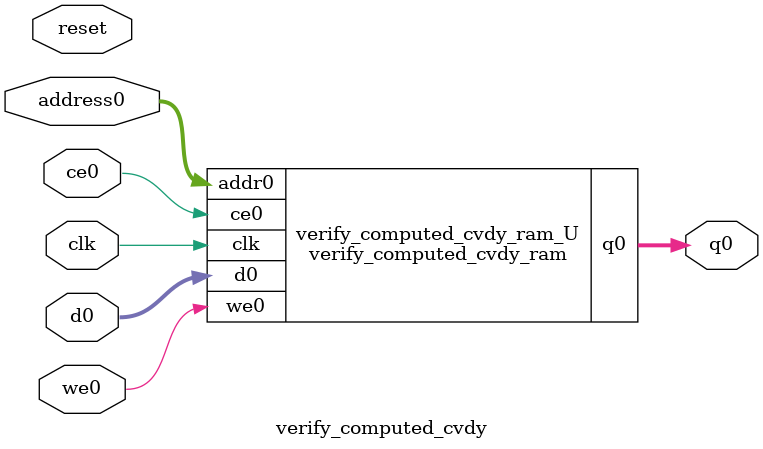
<source format=v>
`timescale 1 ns / 1 ps
module verify_computed_cvdy_ram (addr0, ce0, d0, we0, q0,  clk);

parameter DWIDTH = 8;
parameter AWIDTH = 6;
parameter MEM_SIZE = 55;

input[AWIDTH-1:0] addr0;
input ce0;
input[DWIDTH-1:0] d0;
input we0;
output reg[DWIDTH-1:0] q0;
input clk;

(* ram_style = "distributed" *)reg [DWIDTH-1:0] ram[0:MEM_SIZE-1];




always @(posedge clk)  
begin 
    if (ce0) begin
        if (we0) 
            ram[addr0] <= d0; 
        q0 <= ram[addr0];
    end
end


endmodule

`timescale 1 ns / 1 ps
module verify_computed_cvdy(
    reset,
    clk,
    address0,
    ce0,
    we0,
    d0,
    q0);

parameter DataWidth = 32'd8;
parameter AddressRange = 32'd55;
parameter AddressWidth = 32'd6;
input reset;
input clk;
input[AddressWidth - 1:0] address0;
input ce0;
input we0;
input[DataWidth - 1:0] d0;
output[DataWidth - 1:0] q0;



verify_computed_cvdy_ram verify_computed_cvdy_ram_U(
    .clk( clk ),
    .addr0( address0 ),
    .ce0( ce0 ),
    .we0( we0 ),
    .d0( d0 ),
    .q0( q0 ));

endmodule


</source>
